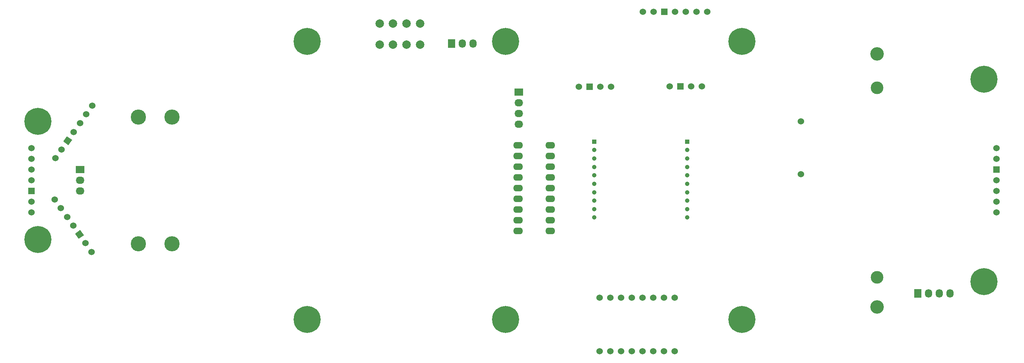
<source format=gbs>
G04 #@! TF.FileFunction,Soldermask,Bot*
%FSLAX46Y46*%
G04 Gerber Fmt 4.6, Leading zero omitted, Abs format (unit mm)*
G04 Created by KiCad (PCBNEW 4.0.4+dfsg1-stable) date Thu Aug 10 19:21:35 2017*
%MOMM*%
%LPD*%
G01*
G04 APERTURE LIST*
%ADD10C,0.150000*%
%ADD11C,3.200000*%
%ADD12C,1.050000*%
%ADD13R,1.050000X1.050000*%
%ADD14C,1.524000*%
%ADD15R,1.524000X1.524000*%
%ADD16C,3.000000*%
%ADD17R,1.727200X2.032000*%
%ADD18O,1.727200X2.032000*%
%ADD19R,2.032000X1.727200*%
%ADD20O,2.032000X1.727200*%
%ADD21C,6.400000*%
%ADD22C,2.000000*%
%ADD23C,3.600000*%
%ADD24O,2.300000X1.600000*%
G04 APERTURE END LIST*
D10*
D11*
X242200000Y-66500000D03*
D12*
X197263347Y-105308227D03*
X197263347Y-89308227D03*
D13*
X197263347Y-87308227D03*
D12*
X197263347Y-101308227D03*
X197263347Y-103308227D03*
X197263347Y-91308227D03*
X197263347Y-93308227D03*
X197263347Y-99308227D03*
X197263347Y-97308227D03*
X197263347Y-95308227D03*
X175263347Y-105308227D03*
X175263347Y-89308227D03*
D13*
X175263347Y-87308227D03*
D12*
X175263347Y-101308227D03*
X175263347Y-103308227D03*
X175263347Y-91308227D03*
X175263347Y-93308227D03*
X175263347Y-99308227D03*
X175263347Y-97308227D03*
X175263347Y-95308227D03*
D14*
X193108000Y-74200000D03*
D15*
X195648000Y-74200000D03*
D14*
X198188000Y-74200000D03*
X200728000Y-74200000D03*
X171608000Y-74250000D03*
D15*
X174148000Y-74250000D03*
D14*
X176688000Y-74250000D03*
X179228000Y-74250000D03*
X42000000Y-104080000D03*
X42000000Y-101540000D03*
D15*
X42000000Y-99000000D03*
D14*
X42000000Y-96460000D03*
X42000000Y-93920000D03*
X42000000Y-91380000D03*
X42000000Y-88840000D03*
X56241305Y-113483877D03*
X54784421Y-111403231D03*
D10*
G36*
X53514666Y-108261326D02*
X54388796Y-109509714D01*
X53140408Y-110383844D01*
X52266278Y-109135456D01*
X53514666Y-108261326D01*
X53514666Y-108261326D01*
G37*
D14*
X51870653Y-107241938D03*
X50413768Y-105161292D03*
X48956884Y-103080646D03*
X47500000Y-101000000D03*
X47629348Y-91241939D03*
X49086232Y-89161293D03*
D10*
G36*
X51604375Y-86893518D02*
X50730245Y-88141906D01*
X49481857Y-87267776D01*
X50355987Y-86019388D01*
X51604375Y-86893518D01*
X51604375Y-86893518D01*
G37*
D14*
X52000000Y-85000000D03*
X53456885Y-82919354D03*
X54913769Y-80838708D03*
X56370653Y-78758062D03*
X186740000Y-56500000D03*
X189280000Y-56500000D03*
D15*
X191820000Y-56500000D03*
D14*
X194360000Y-56500000D03*
X196900000Y-56500000D03*
X199440000Y-56500000D03*
X201980000Y-56500000D03*
X270500000Y-88880000D03*
X270500000Y-91420000D03*
D15*
X270500000Y-93960000D03*
D14*
X270500000Y-96500000D03*
X270500000Y-99040000D03*
X270500000Y-101580000D03*
X270500000Y-104120000D03*
X224220000Y-95020000D03*
X224220000Y-82520000D03*
D16*
X242220000Y-119520000D03*
X242220000Y-74520000D03*
D17*
X141478000Y-64008000D03*
D18*
X144018000Y-64008000D03*
X146558000Y-64008000D03*
D19*
X53500000Y-93960000D03*
D20*
X53500000Y-96500000D03*
X53500000Y-99040000D03*
D17*
X251846979Y-123304249D03*
D18*
X254386979Y-123304249D03*
X256926979Y-123304249D03*
X259466979Y-123304249D03*
D21*
X43500000Y-110500000D03*
X43500000Y-82500000D03*
D22*
X124410000Y-59262000D03*
X127610000Y-59262000D03*
X130810000Y-59262000D03*
X134010000Y-59262000D03*
X124410000Y-64262000D03*
X127610000Y-64262000D03*
X130810000Y-64262000D03*
X134010000Y-64262000D03*
D21*
X267500000Y-120500000D03*
X267500000Y-72500000D03*
X107250000Y-129500000D03*
X107250000Y-63500000D03*
X210250000Y-129500000D03*
X210250000Y-63500000D03*
X154250000Y-129500000D03*
X154250000Y-63500000D03*
D23*
X75250000Y-81500000D03*
X67250000Y-81500000D03*
X75250000Y-111500000D03*
X67250000Y-111500000D03*
D19*
X157400000Y-75560000D03*
D20*
X157400000Y-78100000D03*
X157400000Y-80640000D03*
X157400000Y-83180000D03*
D14*
X176480000Y-137000000D03*
X179020000Y-137000000D03*
X181560000Y-137000000D03*
X184100000Y-137000000D03*
X186640000Y-137000000D03*
X189180000Y-137000000D03*
X191720000Y-137000000D03*
X194260000Y-137000000D03*
X176480000Y-124300000D03*
X179020000Y-124300000D03*
X181560000Y-124300000D03*
X184100000Y-124300000D03*
X186640000Y-124300000D03*
X189180000Y-124300000D03*
X191720000Y-124300000D03*
X194260000Y-124300000D03*
D11*
X242200000Y-126500000D03*
D24*
X164800000Y-108500000D03*
X164800000Y-105960000D03*
X164800000Y-103420000D03*
X164800000Y-100880000D03*
X164800000Y-98340000D03*
X164800000Y-95800000D03*
X164800000Y-93260000D03*
X164800000Y-90720000D03*
X164800000Y-88180000D03*
X157180000Y-88180000D03*
X157180000Y-90720000D03*
X157180000Y-93260000D03*
X157180000Y-95800000D03*
X157180000Y-98340000D03*
X157180000Y-100880000D03*
X157180000Y-103420000D03*
X157180000Y-105960000D03*
X157180000Y-108500000D03*
M02*

</source>
